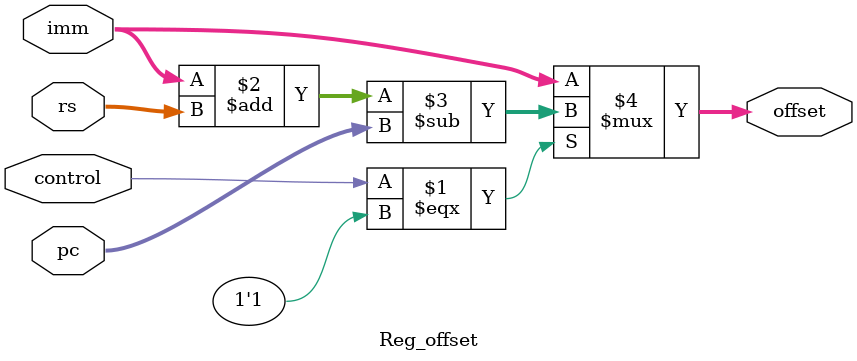
<source format=v>
`timescale 1ns / 1ps

module Reg_offset(
    input [31:0] imm,
    input [31:0] rs,
    input [31:0] pc,
    input control,
    output [31:0] offset
    );
    assign offset = (control === 1'b1) ? (imm + rs - pc) : imm;
endmodule

</source>
